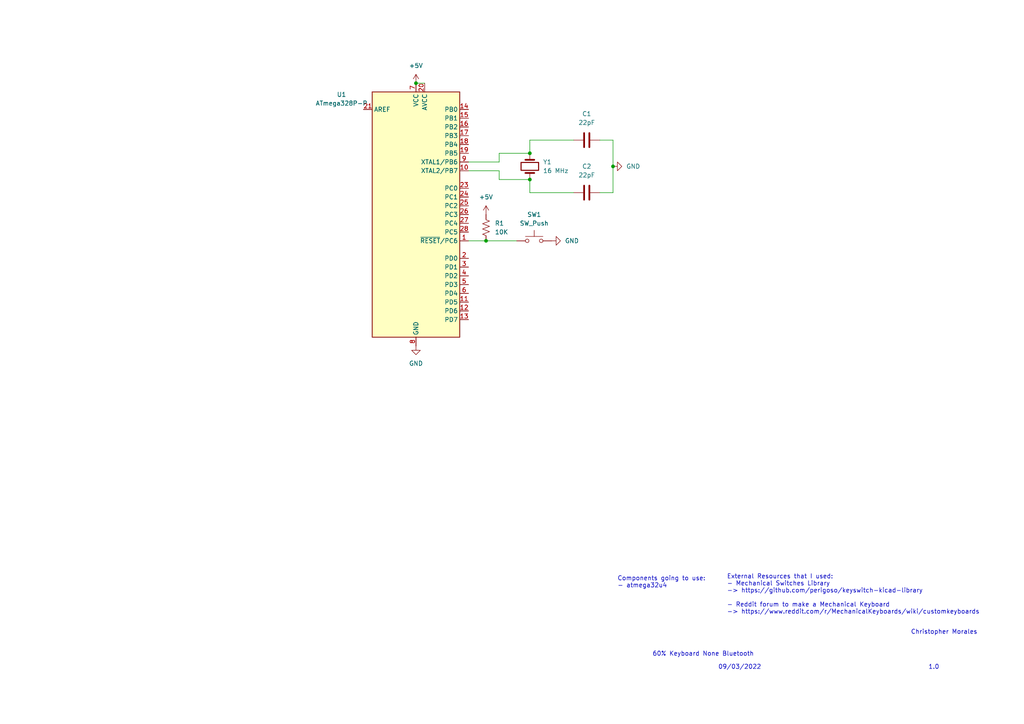
<source format=kicad_sch>
(kicad_sch (version 20211123) (generator eeschema)
  (paper "A4")
  (lib_symbols
    (symbol "Device:C" (pin_numbers hide) (pin_names (offset 0.254))
      (property "Reference" "C" (at 0.635 2.54 0))
      (property "Value" "C" (at 0.635 -2.54 0))
      (symbol "C_0_1"
        (polyline (pts (xy -2.032 -0.762) (xy 2.032 -0.762)) (stroke (width 0.508)))
        (polyline (pts (xy -2.032 0.762) (xy 2.032 0.762)) (stroke (width 0.508)))
      )
      (symbol "C_1_1"
        (pin passive line (at 0 3.81 270) (length 2.794) (name "~") (number "1"))
        (pin passive line (at 0 -3.81 90) (length 2.794) (name "~") (number "2"))
      )
    )
    (symbol "Device:Crystal" (pin_numbers hide) (pin_names (offset 1.016) hide)
      (property "Reference" "Y" (at 0 3.81 0))
      (property "Value" "Crystal" (at 0 -3.81 0))
      (symbol "Crystal_0_1"
        (rectangle (start -1.143 2.54) (end 1.143 -2.54) (stroke (width 0.3048)))
        (polyline (pts (xy -2.54 0) (xy -1.905 0)))
        (polyline (pts (xy -1.905 -1.27) (xy -1.905 1.27)) (stroke (width 0.508)))
        (polyline (pts (xy 1.905 -1.27) (xy 1.905 1.27)) (stroke (width 0.508)))
        (polyline (pts (xy 2.54 0) (xy 1.905 0)))
      )
      (symbol "Crystal_1_1"
        (pin passive line (at -3.81 0 0) (length 1.27) (name "1") (number "1"))
        (pin passive line (at 3.81 0 180) (length 1.27) (name "2") (number "2"))
      )
    )
    (symbol "Device:R_US" (pin_numbers hide) (pin_names (offset 0))
      (property "Reference" "R" (at 2.54 0 90))
      (property "Value" "R_US" (at -2.54 0 90))
      (symbol "R_US_0_1"
        (polyline (pts (xy 0 -2.286) (xy 0 -2.54)))
        (polyline (pts (xy 0 2.286) (xy 0 2.54)))
        (polyline (pts (xy 0 -0.762) (xy 1.016 -1.143) (xy 0 -1.524) (xy -1.016 -1.905) (xy 0 -2.286)))
        (polyline (pts (xy 0 0.762) (xy 1.016 0.381) (xy 0 0) (xy -1.016 -0.381) (xy 0 -0.762)))
        (polyline (pts (xy 0 2.286) (xy 1.016 1.905) (xy 0 1.524) (xy -1.016 1.143) (xy 0 0.762)))
      )
      (symbol "R_US_1_1"
        (pin passive line (at 0 3.81 270) (length 1.27) (name "~") (number "1"))
        (pin passive line (at 0 -3.81 90) (length 1.27) (name "~") (number "2"))
      )
    )
    (symbol "MCU_Microchip_ATmega:ATmega328P-P"
      (property "Reference" "U" (at -12.7 36.83 0))
      (property "Value" "ATmega328P-P" (at 2.54 -36.83 0))
      (symbol "ATmega328P-P_0_1"
        (rectangle (start -12.7 -35.56) (end 12.7 35.56) (stroke (width 0.254)) (fill (type background)))
      )
      (symbol "ATmega328P-P_1_1"
        (pin bidirectional line (at 15.24 -7.62 180) (length 2.54) (name "~{RESET}/PC6") (number "1"))
        (pin bidirectional line (at 15.24 12.7 180) (length 2.54) (name "XTAL2/PB7") (number "10"))
        (pin bidirectional line (at 15.24 -25.4 180) (length 2.54) (name "PD5") (number "11"))
        (pin bidirectional line (at 15.24 -27.94 180) (length 2.54) (name "PD6") (number "12"))
        (pin bidirectional line (at 15.24 -30.48 180) (length 2.54) (name "PD7") (number "13"))
        (pin bidirectional line (at 15.24 30.48 180) (length 2.54) (name "PB0") (number "14"))
        (pin bidirectional line (at 15.24 27.94 180) (length 2.54) (name "PB1") (number "15"))
        (pin bidirectional line (at 15.24 25.4 180) (length 2.54) (name "PB2") (number "16"))
        (pin bidirectional line (at 15.24 22.86 180) (length 2.54) (name "PB3") (number "17"))
        (pin bidirectional line (at 15.24 20.32 180) (length 2.54) (name "PB4") (number "18"))
        (pin bidirectional line (at 15.24 17.78 180) (length 2.54) (name "PB5") (number "19"))
        (pin bidirectional line (at 15.24 -12.7 180) (length 2.54) (name "PD0") (number "2"))
        (pin power_in line (at 2.54 38.1 270) (length 2.54) (name "AVCC") (number "20"))
        (pin passive line (at -15.24 30.48 0) (length 2.54) (name "AREF") (number "21"))
        (pin passive line (at 0 -38.1 90) (length 2.54) hide (name "GND") (number "22"))
        (pin bidirectional line (at 15.24 7.62 180) (length 2.54) (name "PC0") (number "23"))
        (pin bidirectional line (at 15.24 5.08 180) (length 2.54) (name "PC1") (number "24"))
        (pin bidirectional line (at 15.24 2.54 180) (length 2.54) (name "PC2") (number "25"))
        (pin bidirectional line (at 15.24 0 180) (length 2.54) (name "PC3") (number "26"))
        (pin bidirectional line (at 15.24 -2.54 180) (length 2.54) (name "PC4") (number "27"))
        (pin bidirectional line (at 15.24 -5.08 180) (length 2.54) (name "PC5") (number "28"))
        (pin bidirectional line (at 15.24 -15.24 180) (length 2.54) (name "PD1") (number "3"))
        (pin bidirectional line (at 15.24 -17.78 180) (length 2.54) (name "PD2") (number "4"))
        (pin bidirectional line (at 15.24 -20.32 180) (length 2.54) (name "PD3") (number "5"))
        (pin bidirectional line (at 15.24 -22.86 180) (length 2.54) (name "PD4") (number "6"))
        (pin power_in line (at 0 38.1 270) (length 2.54) (name "VCC") (number "7"))
        (pin power_in line (at 0 -38.1 90) (length 2.54) (name "GND") (number "8"))
        (pin bidirectional line (at 15.24 15.24 180) (length 2.54) (name "XTAL1/PB6") (number "9"))
      )
    )
    (symbol "Switch:SW_Push" (pin_numbers hide) (pin_names (offset 1.016) hide)
      (property "Reference" "SW" (at 1.27 2.54 0))
      (property "Value" "SW_Push" (at 0 -1.524 0))
      (symbol "SW_Push_0_1"
        (circle (center -2.032 0) (radius 0.508))
        (polyline (pts (xy 0 1.27) (xy 0 3.048)))
        (polyline (pts (xy 2.54 1.27) (xy -2.54 1.27)))
        (circle (center 2.032 0) (radius 0.508))
        (pin passive line (at -5.08 0 0) (length 2.54) (name "1") (number "1"))
        (pin passive line (at 5.08 0 180) (length 2.54) (name "2") (number "2"))
      )
    )
    (symbol "power:+5V" (power) (pin_names (offset 0))
      (property "Value" "+5V" (at 0 3.556 0))
      (symbol "+5V_0_1"
        (polyline (pts (xy -0.762 1.27) (xy 0 2.54)))
        (polyline (pts (xy 0 0) (xy 0 2.54)))
        (polyline (pts (xy 0 2.54) (xy 0.762 1.27)))
      )
      (symbol "+5V_1_1"
        (pin power_in line (at 0 0 90) (length 0) hide (name "+5V") (number "1"))
      )
    )
    (symbol "power:GND" (power) (pin_names (offset 0))
      (property "Value" "GND" (at 0 -3.81 0))
      (symbol "GND_0_1"
        (polyline (pts (xy 0 0) (xy 0 -1.27) (xy 1.27 -1.27) (xy 0 -2.54) (xy -1.27 -1.27) (xy 0 -1.27)))
      )
      (symbol "GND_1_1"
        (pin power_in line (at 0 0 270) (length 0) hide (name "GND") (number "1"))
      )
    )
  )
  (junction (at 177.8 48.26))
  (junction (at 153.67 52.07))
  (junction (at 120.65 24.13))
  (junction (at 153.67 44.45))
  (junction (at 140.97 69.85))
  (wire (pts (xy 144.78 52.07) (xy 153.67 52.07)))
  (wire (pts (xy 135.89 69.85) (xy 140.97 69.85)))
  (wire (pts (xy 153.67 55.88) (xy 166.37 55.88)))
  (wire (pts (xy 153.67 40.64) (xy 166.37 40.64)))
  (wire (pts (xy 177.8 48.26) (xy 177.8 55.88)))
  (wire (pts (xy 173.99 40.64) (xy 177.8 40.64)))
  (wire (pts (xy 153.67 44.45) (xy 153.67 40.64)))
  (wire (pts (xy 144.78 49.53) (xy 144.78 52.07)))
  (wire (pts (xy 135.89 46.99) (xy 144.78 46.99)))
  (wire (pts (xy 177.8 40.64) (xy 177.8 48.26)))
  (wire (pts (xy 135.89 49.53) (xy 144.78 49.53)))
  (wire (pts (xy 153.67 52.07) (xy 153.67 55.88)))
  (wire (pts (xy 140.97 69.85) (xy 149.86 69.85)))
  (wire (pts (xy 144.78 44.45) (xy 153.67 44.45)))
  (wire (pts (xy 120.65 24.13) (xy 123.19 24.13)))
  (wire (pts (xy 144.78 46.99) (xy 144.78 44.45)))
  (wire (pts (xy 177.8 55.88) (xy 173.99 55.88)))
  (text "1.0 " (at 269.24 194.31 0) (effects (font (size 1.27 1.27)) (justify left bottom)))
  (text "Christopher Morales" (at 264.16 184.15 0) (effects (font (size 1.27 1.27)) (justify left bottom)))
  (text "NOTE:\nThe atmega328p must be flash externally since the \ntype C will be connected to power (VCC) and ground \n(GND)" (at 307.34 173.99 0) (effects (font (size 1.27 1.27)) (justify left bottom)))
  (text "09/03/2022\n" (at 208.28 194.31 0) (effects (font (size 1.27 1.27)) (justify left bottom)))
  (text "60% Keyboard None Bluetooth " (at 189.23 190.5 0) (effects (font (size 1.27 1.27)) (justify left bottom)))
  (text "External Resources that I used:\n- Mechanical Switches Library\n-> https://github.com/perigoso/keyswitch-kicad-library\n\n- Reddit forum to make a Mechanical Keyboard\n-> https://www.reddit.com/r/MechanicalKeyboards/wiki/customkeyboards\n\n" (at 210.82 180.34 0) (effects (font (size 1.27 1.27)) (justify left bottom)))
  (text "Components going to use:\n- atmega32u4\n\n" (at 179.07 172.72 0) (effects (font (size 1.27 1.27)) (justify left bottom)))
  (symbol (lib_id "power:+5V") (at 140.97 62.23 0) (unit 1)
    (property "Reference" "#PWR?" (effects hide))
    (property "Value" "+5V" (at 140.97 57.15 0))
  )
  (symbol (lib_id "power:GND") (at 120.65 100.33 0) (unit 1)
    (property "Reference" "#PWR?" (effects hide))
    (property "Value" "GND" (at 120.65 105.41 0))
  )
  (symbol (lib_id "power:+5V") (at 120.65 24.13 0) (unit 1)
    (property "Reference" "#PWR?" (effects hide))
    (property "Value" "+5V" (at 120.65 19.05 0))
  )
  (symbol (lib_id "Switch:SW_Push") (at 154.94 69.85 0) (unit 1)
    (property "Reference" "SW1" (at 154.94 62.23 0))
    (property "Value" "SW_Push" (at 154.94 64.77 0))
  )
  (symbol (lib_id "Device:C") (at 170.18 55.88 90) (unit 1)
    (property "Reference" "C2" (at 170.18 48.26 90))
    (property "Value" "22pF" (at 170.18 50.8 90))
  )
  (symbol (lib_id "Device:Crystal") (at 153.67 48.26 90) (unit 1)
    (property "Reference" "Y1" (at 157.48 46.9899 90) (effects (justify right)))
    (property "Value" "16 MHz" (at 157.48 49.5299 90) (effects (justify right)))
  )
  (symbol (lib_id "power:GND") (at 177.8 48.26 90) (unit 1)
    (property "Reference" "#PWR?" (effects hide))
    (property "Value" "GND" (at 181.61 48.2599 90) (effects (justify right)))
  )
  (symbol (lib_id "MCU_Microchip_ATmega:ATmega328P-P") (at 120.65 62.23 0) (unit 1)
    (property "Reference" "U1" (at 99.06 27.4193 0))
    (property "Value" "ATmega328P-P" (at 99.06 29.9593 0))
    (property "Footprint" "Package_DIP:DIP-28_W7.62mm" (effects hide))
    (property "Datasheet" "http://ww1.microchip.com/downloads/en/DeviceDoc/ATmega328_P%20AVR%20MCU%20with%20picoPower%20Technology%20Data%20Sheet%2040001984A.pdf" (effects hide))
  )
  (symbol (lib_id "Device:R_US") (at 140.97 66.04 180) (unit 1)
    (property "Reference" "R1" (at 143.51 64.7699 0) (effects (justify right)))
    (property "Value" "10K" (at 143.51 67.3099 0) (effects (justify right)))
  )
  (symbol (lib_id "power:GND") (at 160.02 69.85 90) (unit 1)
    (property "Reference" "#PWR?" (effects hide))
    (property "Value" "GND" (at 163.83 69.8499 90) (effects (justify right)))
  )
  (symbol (lib_id "Device:C") (at 170.18 40.64 90) (unit 1)
    (property "Reference" "C1" (at 170.18 33.02 90))
    (property "Value" "22pF" (at 170.18 35.56 90))
  )
)
</source>
